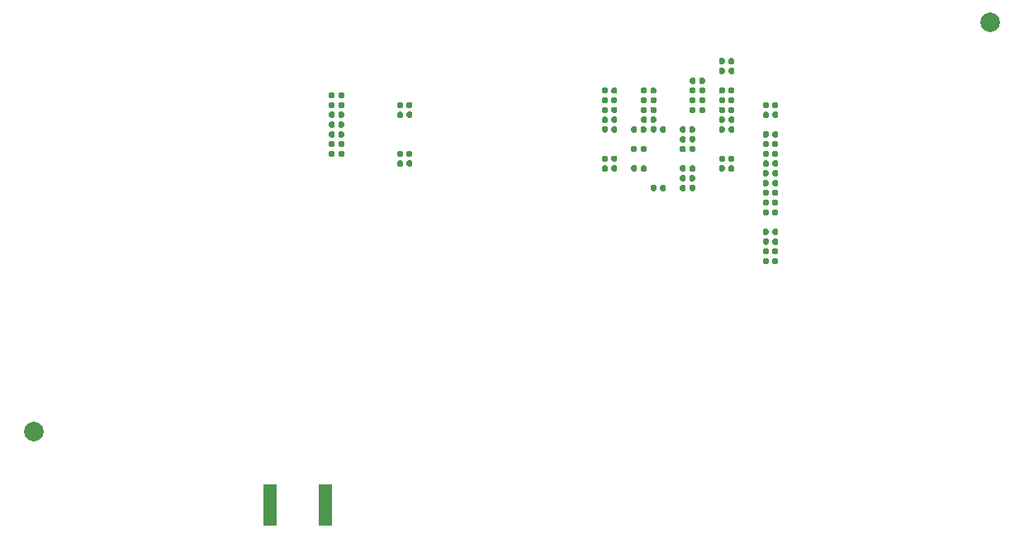
<source format=gbr>
%TF.GenerationSoftware,KiCad,Pcbnew,5.99.0-unknown-4efed4b~101~ubuntu18.04.1*%
%TF.CreationDate,2020-05-21T03:09:06+02:00*%
%TF.ProjectId,digitizer_fpga_10b_100MSPS,64696769-7469-47a6-9572-5f667067615f,1.0*%
%TF.SameCoordinates,Original*%
%TF.FileFunction,Paste,Bot*%
%TF.FilePolarity,Positive*%
%FSLAX46Y46*%
G04 Gerber Fmt 4.6, Leading zero omitted, Abs format (unit mm)*
G04 Created by KiCad (PCBNEW 5.99.0-unknown-4efed4b~101~ubuntu18.04.1) date 2020-05-21 03:09:06*
%MOMM*%
%LPD*%
G01*
G04 APERTURE LIST*
%ADD10C,2.000000*%
%ADD11R,1.350000X4.200000*%
G04 APERTURE END LIST*
D10*
%TO.C,FD8*%
X171000000Y-98000000D03*
%TD*%
%TO.C,FD7*%
X73000000Y-140000000D03*
%TD*%
%TO.C,R81*%
G36*
G01*
X148310000Y-111327500D02*
X148310000Y-111672500D01*
G75*
G02*
X148162500Y-111820000I-147500J0D01*
G01*
X147867500Y-111820000D01*
G75*
G02*
X147720000Y-111672500I0J147500D01*
G01*
X147720000Y-111327500D01*
G75*
G02*
X147867500Y-111180000I147500J0D01*
G01*
X148162500Y-111180000D01*
G75*
G02*
X148310000Y-111327500I0J-147500D01*
G01*
G37*
G36*
G01*
X149280000Y-111327500D02*
X149280000Y-111672500D01*
G75*
G02*
X149132500Y-111820000I-147500J0D01*
G01*
X148837500Y-111820000D01*
G75*
G02*
X148690000Y-111672500I0J147500D01*
G01*
X148690000Y-111327500D01*
G75*
G02*
X148837500Y-111180000I147500J0D01*
G01*
X149132500Y-111180000D01*
G75*
G02*
X149280000Y-111327500I0J-147500D01*
G01*
G37*
%TD*%
%TO.C,C94*%
G36*
G01*
X135190000Y-113172500D02*
X135190000Y-112827500D01*
G75*
G02*
X135337500Y-112680000I147500J0D01*
G01*
X135632500Y-112680000D01*
G75*
G02*
X135780000Y-112827500I0J-147500D01*
G01*
X135780000Y-113172500D01*
G75*
G02*
X135632500Y-113320000I-147500J0D01*
G01*
X135337500Y-113320000D01*
G75*
G02*
X135190000Y-113172500I0J147500D01*
G01*
G37*
G36*
G01*
X134220000Y-113172500D02*
X134220000Y-112827500D01*
G75*
G02*
X134367500Y-112680000I147500J0D01*
G01*
X134662500Y-112680000D01*
G75*
G02*
X134810000Y-112827500I0J-147500D01*
G01*
X134810000Y-113172500D01*
G75*
G02*
X134662500Y-113320000I-147500J0D01*
G01*
X134367500Y-113320000D01*
G75*
G02*
X134220000Y-113172500I0J147500D01*
G01*
G37*
%TD*%
%TO.C,C65*%
G36*
G01*
X104190000Y-110672500D02*
X104190000Y-110327500D01*
G75*
G02*
X104337500Y-110180000I147500J0D01*
G01*
X104632500Y-110180000D01*
G75*
G02*
X104780000Y-110327500I0J-147500D01*
G01*
X104780000Y-110672500D01*
G75*
G02*
X104632500Y-110820000I-147500J0D01*
G01*
X104337500Y-110820000D01*
G75*
G02*
X104190000Y-110672500I0J147500D01*
G01*
G37*
G36*
G01*
X103220000Y-110672500D02*
X103220000Y-110327500D01*
G75*
G02*
X103367500Y-110180000I147500J0D01*
G01*
X103662500Y-110180000D01*
G75*
G02*
X103810000Y-110327500I0J-147500D01*
G01*
X103810000Y-110672500D01*
G75*
G02*
X103662500Y-110820000I-147500J0D01*
G01*
X103367500Y-110820000D01*
G75*
G02*
X103220000Y-110672500I0J147500D01*
G01*
G37*
%TD*%
%TO.C,C64*%
G36*
G01*
X104190000Y-106672500D02*
X104190000Y-106327500D01*
G75*
G02*
X104337500Y-106180000I147500J0D01*
G01*
X104632500Y-106180000D01*
G75*
G02*
X104780000Y-106327500I0J-147500D01*
G01*
X104780000Y-106672500D01*
G75*
G02*
X104632500Y-106820000I-147500J0D01*
G01*
X104337500Y-106820000D01*
G75*
G02*
X104190000Y-106672500I0J147500D01*
G01*
G37*
G36*
G01*
X103220000Y-106672500D02*
X103220000Y-106327500D01*
G75*
G02*
X103367500Y-106180000I147500J0D01*
G01*
X103662500Y-106180000D01*
G75*
G02*
X103810000Y-106327500I0J-147500D01*
G01*
X103810000Y-106672500D01*
G75*
G02*
X103662500Y-106820000I-147500J0D01*
G01*
X103367500Y-106820000D01*
G75*
G02*
X103220000Y-106672500I0J147500D01*
G01*
G37*
%TD*%
%TO.C,C63*%
G36*
G01*
X104190000Y-109672500D02*
X104190000Y-109327500D01*
G75*
G02*
X104337500Y-109180000I147500J0D01*
G01*
X104632500Y-109180000D01*
G75*
G02*
X104780000Y-109327500I0J-147500D01*
G01*
X104780000Y-109672500D01*
G75*
G02*
X104632500Y-109820000I-147500J0D01*
G01*
X104337500Y-109820000D01*
G75*
G02*
X104190000Y-109672500I0J147500D01*
G01*
G37*
G36*
G01*
X103220000Y-109672500D02*
X103220000Y-109327500D01*
G75*
G02*
X103367500Y-109180000I147500J0D01*
G01*
X103662500Y-109180000D01*
G75*
G02*
X103810000Y-109327500I0J-147500D01*
G01*
X103810000Y-109672500D01*
G75*
G02*
X103662500Y-109820000I-147500J0D01*
G01*
X103367500Y-109820000D01*
G75*
G02*
X103220000Y-109672500I0J147500D01*
G01*
G37*
%TD*%
%TO.C,R87*%
G36*
G01*
X143810000Y-102827500D02*
X143810000Y-103172500D01*
G75*
G02*
X143662500Y-103320000I-147500J0D01*
G01*
X143367500Y-103320000D01*
G75*
G02*
X143220000Y-103172500I0J147500D01*
G01*
X143220000Y-102827500D01*
G75*
G02*
X143367500Y-102680000I147500J0D01*
G01*
X143662500Y-102680000D01*
G75*
G02*
X143810000Y-102827500I0J-147500D01*
G01*
G37*
G36*
G01*
X144780000Y-102827500D02*
X144780000Y-103172500D01*
G75*
G02*
X144632500Y-103320000I-147500J0D01*
G01*
X144337500Y-103320000D01*
G75*
G02*
X144190000Y-103172500I0J147500D01*
G01*
X144190000Y-102827500D01*
G75*
G02*
X144337500Y-102680000I147500J0D01*
G01*
X144632500Y-102680000D01*
G75*
G02*
X144780000Y-102827500I0J-147500D01*
G01*
G37*
%TD*%
%TO.C,R86*%
G36*
G01*
X143810000Y-101827500D02*
X143810000Y-102172500D01*
G75*
G02*
X143662500Y-102320000I-147500J0D01*
G01*
X143367500Y-102320000D01*
G75*
G02*
X143220000Y-102172500I0J147500D01*
G01*
X143220000Y-101827500D01*
G75*
G02*
X143367500Y-101680000I147500J0D01*
G01*
X143662500Y-101680000D01*
G75*
G02*
X143810000Y-101827500I0J-147500D01*
G01*
G37*
G36*
G01*
X144780000Y-101827500D02*
X144780000Y-102172500D01*
G75*
G02*
X144632500Y-102320000I-147500J0D01*
G01*
X144337500Y-102320000D01*
G75*
G02*
X144190000Y-102172500I0J147500D01*
G01*
X144190000Y-101827500D01*
G75*
G02*
X144337500Y-101680000I147500J0D01*
G01*
X144632500Y-101680000D01*
G75*
G02*
X144780000Y-101827500I0J-147500D01*
G01*
G37*
%TD*%
%TO.C,R85*%
G36*
G01*
X148310000Y-106327500D02*
X148310000Y-106672500D01*
G75*
G02*
X148162500Y-106820000I-147500J0D01*
G01*
X147867500Y-106820000D01*
G75*
G02*
X147720000Y-106672500I0J147500D01*
G01*
X147720000Y-106327500D01*
G75*
G02*
X147867500Y-106180000I147500J0D01*
G01*
X148162500Y-106180000D01*
G75*
G02*
X148310000Y-106327500I0J-147500D01*
G01*
G37*
G36*
G01*
X149280000Y-106327500D02*
X149280000Y-106672500D01*
G75*
G02*
X149132500Y-106820000I-147500J0D01*
G01*
X148837500Y-106820000D01*
G75*
G02*
X148690000Y-106672500I0J147500D01*
G01*
X148690000Y-106327500D01*
G75*
G02*
X148837500Y-106180000I147500J0D01*
G01*
X149132500Y-106180000D01*
G75*
G02*
X149280000Y-106327500I0J-147500D01*
G01*
G37*
%TD*%
%TO.C,R84*%
G36*
G01*
X148310000Y-107327500D02*
X148310000Y-107672500D01*
G75*
G02*
X148162500Y-107820000I-147500J0D01*
G01*
X147867500Y-107820000D01*
G75*
G02*
X147720000Y-107672500I0J147500D01*
G01*
X147720000Y-107327500D01*
G75*
G02*
X147867500Y-107180000I147500J0D01*
G01*
X148162500Y-107180000D01*
G75*
G02*
X148310000Y-107327500I0J-147500D01*
G01*
G37*
G36*
G01*
X149280000Y-107327500D02*
X149280000Y-107672500D01*
G75*
G02*
X149132500Y-107820000I-147500J0D01*
G01*
X148837500Y-107820000D01*
G75*
G02*
X148690000Y-107672500I0J147500D01*
G01*
X148690000Y-107327500D01*
G75*
G02*
X148837500Y-107180000I147500J0D01*
G01*
X149132500Y-107180000D01*
G75*
G02*
X149280000Y-107327500I0J-147500D01*
G01*
G37*
%TD*%
%TO.C,R83*%
G36*
G01*
X148310000Y-109327500D02*
X148310000Y-109672500D01*
G75*
G02*
X148162500Y-109820000I-147500J0D01*
G01*
X147867500Y-109820000D01*
G75*
G02*
X147720000Y-109672500I0J147500D01*
G01*
X147720000Y-109327500D01*
G75*
G02*
X147867500Y-109180000I147500J0D01*
G01*
X148162500Y-109180000D01*
G75*
G02*
X148310000Y-109327500I0J-147500D01*
G01*
G37*
G36*
G01*
X149280000Y-109327500D02*
X149280000Y-109672500D01*
G75*
G02*
X149132500Y-109820000I-147500J0D01*
G01*
X148837500Y-109820000D01*
G75*
G02*
X148690000Y-109672500I0J147500D01*
G01*
X148690000Y-109327500D01*
G75*
G02*
X148837500Y-109180000I147500J0D01*
G01*
X149132500Y-109180000D01*
G75*
G02*
X149280000Y-109327500I0J-147500D01*
G01*
G37*
%TD*%
%TO.C,R82*%
G36*
G01*
X148310000Y-110327500D02*
X148310000Y-110672500D01*
G75*
G02*
X148162500Y-110820000I-147500J0D01*
G01*
X147867500Y-110820000D01*
G75*
G02*
X147720000Y-110672500I0J147500D01*
G01*
X147720000Y-110327500D01*
G75*
G02*
X147867500Y-110180000I147500J0D01*
G01*
X148162500Y-110180000D01*
G75*
G02*
X148310000Y-110327500I0J-147500D01*
G01*
G37*
G36*
G01*
X149280000Y-110327500D02*
X149280000Y-110672500D01*
G75*
G02*
X149132500Y-110820000I-147500J0D01*
G01*
X148837500Y-110820000D01*
G75*
G02*
X148690000Y-110672500I0J147500D01*
G01*
X148690000Y-110327500D01*
G75*
G02*
X148837500Y-110180000I147500J0D01*
G01*
X149132500Y-110180000D01*
G75*
G02*
X149280000Y-110327500I0J-147500D01*
G01*
G37*
%TD*%
%TO.C,R80*%
G36*
G01*
X148310000Y-112327500D02*
X148310000Y-112672500D01*
G75*
G02*
X148162500Y-112820000I-147500J0D01*
G01*
X147867500Y-112820000D01*
G75*
G02*
X147720000Y-112672500I0J147500D01*
G01*
X147720000Y-112327500D01*
G75*
G02*
X147867500Y-112180000I147500J0D01*
G01*
X148162500Y-112180000D01*
G75*
G02*
X148310000Y-112327500I0J-147500D01*
G01*
G37*
G36*
G01*
X149280000Y-112327500D02*
X149280000Y-112672500D01*
G75*
G02*
X149132500Y-112820000I-147500J0D01*
G01*
X148837500Y-112820000D01*
G75*
G02*
X148690000Y-112672500I0J147500D01*
G01*
X148690000Y-112327500D01*
G75*
G02*
X148837500Y-112180000I147500J0D01*
G01*
X149132500Y-112180000D01*
G75*
G02*
X149280000Y-112327500I0J-147500D01*
G01*
G37*
%TD*%
%TO.C,R79*%
G36*
G01*
X148310000Y-115327500D02*
X148310000Y-115672500D01*
G75*
G02*
X148162500Y-115820000I-147500J0D01*
G01*
X147867500Y-115820000D01*
G75*
G02*
X147720000Y-115672500I0J147500D01*
G01*
X147720000Y-115327500D01*
G75*
G02*
X147867500Y-115180000I147500J0D01*
G01*
X148162500Y-115180000D01*
G75*
G02*
X148310000Y-115327500I0J-147500D01*
G01*
G37*
G36*
G01*
X149280000Y-115327500D02*
X149280000Y-115672500D01*
G75*
G02*
X149132500Y-115820000I-147500J0D01*
G01*
X148837500Y-115820000D01*
G75*
G02*
X148690000Y-115672500I0J147500D01*
G01*
X148690000Y-115327500D01*
G75*
G02*
X148837500Y-115180000I147500J0D01*
G01*
X149132500Y-115180000D01*
G75*
G02*
X149280000Y-115327500I0J-147500D01*
G01*
G37*
%TD*%
%TO.C,R78*%
G36*
G01*
X148310000Y-116327500D02*
X148310000Y-116672500D01*
G75*
G02*
X148162500Y-116820000I-147500J0D01*
G01*
X147867500Y-116820000D01*
G75*
G02*
X147720000Y-116672500I0J147500D01*
G01*
X147720000Y-116327500D01*
G75*
G02*
X147867500Y-116180000I147500J0D01*
G01*
X148162500Y-116180000D01*
G75*
G02*
X148310000Y-116327500I0J-147500D01*
G01*
G37*
G36*
G01*
X149280000Y-116327500D02*
X149280000Y-116672500D01*
G75*
G02*
X149132500Y-116820000I-147500J0D01*
G01*
X148837500Y-116820000D01*
G75*
G02*
X148690000Y-116672500I0J147500D01*
G01*
X148690000Y-116327500D01*
G75*
G02*
X148837500Y-116180000I147500J0D01*
G01*
X149132500Y-116180000D01*
G75*
G02*
X149280000Y-116327500I0J-147500D01*
G01*
G37*
%TD*%
%TO.C,R77*%
G36*
G01*
X148310000Y-117327500D02*
X148310000Y-117672500D01*
G75*
G02*
X148162500Y-117820000I-147500J0D01*
G01*
X147867500Y-117820000D01*
G75*
G02*
X147720000Y-117672500I0J147500D01*
G01*
X147720000Y-117327500D01*
G75*
G02*
X147867500Y-117180000I147500J0D01*
G01*
X148162500Y-117180000D01*
G75*
G02*
X148310000Y-117327500I0J-147500D01*
G01*
G37*
G36*
G01*
X149280000Y-117327500D02*
X149280000Y-117672500D01*
G75*
G02*
X149132500Y-117820000I-147500J0D01*
G01*
X148837500Y-117820000D01*
G75*
G02*
X148690000Y-117672500I0J147500D01*
G01*
X148690000Y-117327500D01*
G75*
G02*
X148837500Y-117180000I147500J0D01*
G01*
X149132500Y-117180000D01*
G75*
G02*
X149280000Y-117327500I0J-147500D01*
G01*
G37*
%TD*%
%TO.C,R76*%
G36*
G01*
X148310000Y-122327500D02*
X148310000Y-122672500D01*
G75*
G02*
X148162500Y-122820000I-147500J0D01*
G01*
X147867500Y-122820000D01*
G75*
G02*
X147720000Y-122672500I0J147500D01*
G01*
X147720000Y-122327500D01*
G75*
G02*
X147867500Y-122180000I147500J0D01*
G01*
X148162500Y-122180000D01*
G75*
G02*
X148310000Y-122327500I0J-147500D01*
G01*
G37*
G36*
G01*
X149280000Y-122327500D02*
X149280000Y-122672500D01*
G75*
G02*
X149132500Y-122820000I-147500J0D01*
G01*
X148837500Y-122820000D01*
G75*
G02*
X148690000Y-122672500I0J147500D01*
G01*
X148690000Y-122327500D01*
G75*
G02*
X148837500Y-122180000I147500J0D01*
G01*
X149132500Y-122180000D01*
G75*
G02*
X149280000Y-122327500I0J-147500D01*
G01*
G37*
%TD*%
%TO.C,R75*%
G36*
G01*
X148310000Y-121327500D02*
X148310000Y-121672500D01*
G75*
G02*
X148162500Y-121820000I-147500J0D01*
G01*
X147867500Y-121820000D01*
G75*
G02*
X147720000Y-121672500I0J147500D01*
G01*
X147720000Y-121327500D01*
G75*
G02*
X147867500Y-121180000I147500J0D01*
G01*
X148162500Y-121180000D01*
G75*
G02*
X148310000Y-121327500I0J-147500D01*
G01*
G37*
G36*
G01*
X149280000Y-121327500D02*
X149280000Y-121672500D01*
G75*
G02*
X149132500Y-121820000I-147500J0D01*
G01*
X148837500Y-121820000D01*
G75*
G02*
X148690000Y-121672500I0J147500D01*
G01*
X148690000Y-121327500D01*
G75*
G02*
X148837500Y-121180000I147500J0D01*
G01*
X149132500Y-121180000D01*
G75*
G02*
X149280000Y-121327500I0J-147500D01*
G01*
G37*
%TD*%
%TO.C,R74*%
G36*
G01*
X148310000Y-120327500D02*
X148310000Y-120672500D01*
G75*
G02*
X148162500Y-120820000I-147500J0D01*
G01*
X147867500Y-120820000D01*
G75*
G02*
X147720000Y-120672500I0J147500D01*
G01*
X147720000Y-120327500D01*
G75*
G02*
X147867500Y-120180000I147500J0D01*
G01*
X148162500Y-120180000D01*
G75*
G02*
X148310000Y-120327500I0J-147500D01*
G01*
G37*
G36*
G01*
X149280000Y-120327500D02*
X149280000Y-120672500D01*
G75*
G02*
X149132500Y-120820000I-147500J0D01*
G01*
X148837500Y-120820000D01*
G75*
G02*
X148690000Y-120672500I0J147500D01*
G01*
X148690000Y-120327500D01*
G75*
G02*
X148837500Y-120180000I147500J0D01*
G01*
X149132500Y-120180000D01*
G75*
G02*
X149280000Y-120327500I0J-147500D01*
G01*
G37*
%TD*%
%TO.C,R73*%
G36*
G01*
X148310000Y-119327500D02*
X148310000Y-119672500D01*
G75*
G02*
X148162500Y-119820000I-147500J0D01*
G01*
X147867500Y-119820000D01*
G75*
G02*
X147720000Y-119672500I0J147500D01*
G01*
X147720000Y-119327500D01*
G75*
G02*
X147867500Y-119180000I147500J0D01*
G01*
X148162500Y-119180000D01*
G75*
G02*
X148310000Y-119327500I0J-147500D01*
G01*
G37*
G36*
G01*
X149280000Y-119327500D02*
X149280000Y-119672500D01*
G75*
G02*
X149132500Y-119820000I-147500J0D01*
G01*
X148837500Y-119820000D01*
G75*
G02*
X148690000Y-119672500I0J147500D01*
G01*
X148690000Y-119327500D01*
G75*
G02*
X148837500Y-119180000I147500J0D01*
G01*
X149132500Y-119180000D01*
G75*
G02*
X149280000Y-119327500I0J-147500D01*
G01*
G37*
%TD*%
%TO.C,R69*%
G36*
G01*
X148690000Y-114672500D02*
X148690000Y-114327500D01*
G75*
G02*
X148837500Y-114180000I147500J0D01*
G01*
X149132500Y-114180000D01*
G75*
G02*
X149280000Y-114327500I0J-147500D01*
G01*
X149280000Y-114672500D01*
G75*
G02*
X149132500Y-114820000I-147500J0D01*
G01*
X148837500Y-114820000D01*
G75*
G02*
X148690000Y-114672500I0J147500D01*
G01*
G37*
G36*
G01*
X147720000Y-114672500D02*
X147720000Y-114327500D01*
G75*
G02*
X147867500Y-114180000I147500J0D01*
G01*
X148162500Y-114180000D01*
G75*
G02*
X148310000Y-114327500I0J-147500D01*
G01*
X148310000Y-114672500D01*
G75*
G02*
X148162500Y-114820000I-147500J0D01*
G01*
X147867500Y-114820000D01*
G75*
G02*
X147720000Y-114672500I0J147500D01*
G01*
G37*
%TD*%
%TO.C,R66*%
G36*
G01*
X148690000Y-113672500D02*
X148690000Y-113327500D01*
G75*
G02*
X148837500Y-113180000I147500J0D01*
G01*
X149132500Y-113180000D01*
G75*
G02*
X149280000Y-113327500I0J-147500D01*
G01*
X149280000Y-113672500D01*
G75*
G02*
X149132500Y-113820000I-147500J0D01*
G01*
X148837500Y-113820000D01*
G75*
G02*
X148690000Y-113672500I0J147500D01*
G01*
G37*
G36*
G01*
X147720000Y-113672500D02*
X147720000Y-113327500D01*
G75*
G02*
X147867500Y-113180000I147500J0D01*
G01*
X148162500Y-113180000D01*
G75*
G02*
X148310000Y-113327500I0J-147500D01*
G01*
X148310000Y-113672500D01*
G75*
G02*
X148162500Y-113820000I-147500J0D01*
G01*
X147867500Y-113820000D01*
G75*
G02*
X147720000Y-113672500I0J147500D01*
G01*
G37*
%TD*%
D11*
%TO.C,J5*%
X102825000Y-147500000D03*
X97175000Y-147500000D03*
%TD*%
%TO.C,C107*%
G36*
G01*
X140190000Y-114172500D02*
X140190000Y-113827500D01*
G75*
G02*
X140337500Y-113680000I147500J0D01*
G01*
X140632500Y-113680000D01*
G75*
G02*
X140780000Y-113827500I0J-147500D01*
G01*
X140780000Y-114172500D01*
G75*
G02*
X140632500Y-114320000I-147500J0D01*
G01*
X140337500Y-114320000D01*
G75*
G02*
X140190000Y-114172500I0J147500D01*
G01*
G37*
G36*
G01*
X139220000Y-114172500D02*
X139220000Y-113827500D01*
G75*
G02*
X139367500Y-113680000I147500J0D01*
G01*
X139662500Y-113680000D01*
G75*
G02*
X139810000Y-113827500I0J-147500D01*
G01*
X139810000Y-114172500D01*
G75*
G02*
X139662500Y-114320000I-147500J0D01*
G01*
X139367500Y-114320000D01*
G75*
G02*
X139220000Y-114172500I0J147500D01*
G01*
G37*
%TD*%
%TO.C,C106*%
G36*
G01*
X139810000Y-109827500D02*
X139810000Y-110172500D01*
G75*
G02*
X139662500Y-110320000I-147500J0D01*
G01*
X139367500Y-110320000D01*
G75*
G02*
X139220000Y-110172500I0J147500D01*
G01*
X139220000Y-109827500D01*
G75*
G02*
X139367500Y-109680000I147500J0D01*
G01*
X139662500Y-109680000D01*
G75*
G02*
X139810000Y-109827500I0J-147500D01*
G01*
G37*
G36*
G01*
X140780000Y-109827500D02*
X140780000Y-110172500D01*
G75*
G02*
X140632500Y-110320000I-147500J0D01*
G01*
X140337500Y-110320000D01*
G75*
G02*
X140190000Y-110172500I0J147500D01*
G01*
X140190000Y-109827500D01*
G75*
G02*
X140337500Y-109680000I147500J0D01*
G01*
X140632500Y-109680000D01*
G75*
G02*
X140780000Y-109827500I0J-147500D01*
G01*
G37*
%TD*%
%TO.C,C105*%
G36*
G01*
X135810000Y-105827500D02*
X135810000Y-106172500D01*
G75*
G02*
X135662500Y-106320000I-147500J0D01*
G01*
X135367500Y-106320000D01*
G75*
G02*
X135220000Y-106172500I0J147500D01*
G01*
X135220000Y-105827500D01*
G75*
G02*
X135367500Y-105680000I147500J0D01*
G01*
X135662500Y-105680000D01*
G75*
G02*
X135810000Y-105827500I0J-147500D01*
G01*
G37*
G36*
G01*
X136780000Y-105827500D02*
X136780000Y-106172500D01*
G75*
G02*
X136632500Y-106320000I-147500J0D01*
G01*
X136337500Y-106320000D01*
G75*
G02*
X136190000Y-106172500I0J147500D01*
G01*
X136190000Y-105827500D01*
G75*
G02*
X136337500Y-105680000I147500J0D01*
G01*
X136632500Y-105680000D01*
G75*
G02*
X136780000Y-105827500I0J-147500D01*
G01*
G37*
%TD*%
%TO.C,C104*%
G36*
G01*
X132190000Y-113172500D02*
X132190000Y-112827500D01*
G75*
G02*
X132337500Y-112680000I147500J0D01*
G01*
X132632500Y-112680000D01*
G75*
G02*
X132780000Y-112827500I0J-147500D01*
G01*
X132780000Y-113172500D01*
G75*
G02*
X132632500Y-113320000I-147500J0D01*
G01*
X132337500Y-113320000D01*
G75*
G02*
X132190000Y-113172500I0J147500D01*
G01*
G37*
G36*
G01*
X131220000Y-113172500D02*
X131220000Y-112827500D01*
G75*
G02*
X131367500Y-112680000I147500J0D01*
G01*
X131662500Y-112680000D01*
G75*
G02*
X131810000Y-112827500I0J-147500D01*
G01*
X131810000Y-113172500D01*
G75*
G02*
X131662500Y-113320000I-147500J0D01*
G01*
X131367500Y-113320000D01*
G75*
G02*
X131220000Y-113172500I0J147500D01*
G01*
G37*
%TD*%
%TO.C,C103*%
G36*
G01*
X143810000Y-105827500D02*
X143810000Y-106172500D01*
G75*
G02*
X143662500Y-106320000I-147500J0D01*
G01*
X143367500Y-106320000D01*
G75*
G02*
X143220000Y-106172500I0J147500D01*
G01*
X143220000Y-105827500D01*
G75*
G02*
X143367500Y-105680000I147500J0D01*
G01*
X143662500Y-105680000D01*
G75*
G02*
X143810000Y-105827500I0J-147500D01*
G01*
G37*
G36*
G01*
X144780000Y-105827500D02*
X144780000Y-106172500D01*
G75*
G02*
X144632500Y-106320000I-147500J0D01*
G01*
X144337500Y-106320000D01*
G75*
G02*
X144190000Y-106172500I0J147500D01*
G01*
X144190000Y-105827500D01*
G75*
G02*
X144337500Y-105680000I147500J0D01*
G01*
X144632500Y-105680000D01*
G75*
G02*
X144780000Y-105827500I0J-147500D01*
G01*
G37*
%TD*%
%TO.C,C102*%
G36*
G01*
X137190000Y-115172500D02*
X137190000Y-114827500D01*
G75*
G02*
X137337500Y-114680000I147500J0D01*
G01*
X137632500Y-114680000D01*
G75*
G02*
X137780000Y-114827500I0J-147500D01*
G01*
X137780000Y-115172500D01*
G75*
G02*
X137632500Y-115320000I-147500J0D01*
G01*
X137337500Y-115320000D01*
G75*
G02*
X137190000Y-115172500I0J147500D01*
G01*
G37*
G36*
G01*
X136220000Y-115172500D02*
X136220000Y-114827500D01*
G75*
G02*
X136367500Y-114680000I147500J0D01*
G01*
X136662500Y-114680000D01*
G75*
G02*
X136810000Y-114827500I0J-147500D01*
G01*
X136810000Y-115172500D01*
G75*
G02*
X136662500Y-115320000I-147500J0D01*
G01*
X136367500Y-115320000D01*
G75*
G02*
X136220000Y-115172500I0J147500D01*
G01*
G37*
%TD*%
%TO.C,C101*%
G36*
G01*
X141190000Y-106172500D02*
X141190000Y-105827500D01*
G75*
G02*
X141337500Y-105680000I147500J0D01*
G01*
X141632500Y-105680000D01*
G75*
G02*
X141780000Y-105827500I0J-147500D01*
G01*
X141780000Y-106172500D01*
G75*
G02*
X141632500Y-106320000I-147500J0D01*
G01*
X141337500Y-106320000D01*
G75*
G02*
X141190000Y-106172500I0J147500D01*
G01*
G37*
G36*
G01*
X140220000Y-106172500D02*
X140220000Y-105827500D01*
G75*
G02*
X140367500Y-105680000I147500J0D01*
G01*
X140662500Y-105680000D01*
G75*
G02*
X140810000Y-105827500I0J-147500D01*
G01*
X140810000Y-106172500D01*
G75*
G02*
X140662500Y-106320000I-147500J0D01*
G01*
X140367500Y-106320000D01*
G75*
G02*
X140220000Y-106172500I0J147500D01*
G01*
G37*
%TD*%
%TO.C,C100*%
G36*
G01*
X132190000Y-109172500D02*
X132190000Y-108827500D01*
G75*
G02*
X132337500Y-108680000I147500J0D01*
G01*
X132632500Y-108680000D01*
G75*
G02*
X132780000Y-108827500I0J-147500D01*
G01*
X132780000Y-109172500D01*
G75*
G02*
X132632500Y-109320000I-147500J0D01*
G01*
X132337500Y-109320000D01*
G75*
G02*
X132190000Y-109172500I0J147500D01*
G01*
G37*
G36*
G01*
X131220000Y-109172500D02*
X131220000Y-108827500D01*
G75*
G02*
X131367500Y-108680000I147500J0D01*
G01*
X131662500Y-108680000D01*
G75*
G02*
X131810000Y-108827500I0J-147500D01*
G01*
X131810000Y-109172500D01*
G75*
G02*
X131662500Y-109320000I-147500J0D01*
G01*
X131367500Y-109320000D01*
G75*
G02*
X131220000Y-109172500I0J147500D01*
G01*
G37*
%TD*%
%TO.C,C99*%
G36*
G01*
X143810000Y-106827500D02*
X143810000Y-107172500D01*
G75*
G02*
X143662500Y-107320000I-147500J0D01*
G01*
X143367500Y-107320000D01*
G75*
G02*
X143220000Y-107172500I0J147500D01*
G01*
X143220000Y-106827500D01*
G75*
G02*
X143367500Y-106680000I147500J0D01*
G01*
X143662500Y-106680000D01*
G75*
G02*
X143810000Y-106827500I0J-147500D01*
G01*
G37*
G36*
G01*
X144780000Y-106827500D02*
X144780000Y-107172500D01*
G75*
G02*
X144632500Y-107320000I-147500J0D01*
G01*
X144337500Y-107320000D01*
G75*
G02*
X144190000Y-107172500I0J147500D01*
G01*
X144190000Y-106827500D01*
G75*
G02*
X144337500Y-106680000I147500J0D01*
G01*
X144632500Y-106680000D01*
G75*
G02*
X144780000Y-106827500I0J-147500D01*
G01*
G37*
%TD*%
%TO.C,C98*%
G36*
G01*
X137190000Y-109172500D02*
X137190000Y-108827500D01*
G75*
G02*
X137337500Y-108680000I147500J0D01*
G01*
X137632500Y-108680000D01*
G75*
G02*
X137780000Y-108827500I0J-147500D01*
G01*
X137780000Y-109172500D01*
G75*
G02*
X137632500Y-109320000I-147500J0D01*
G01*
X137337500Y-109320000D01*
G75*
G02*
X137190000Y-109172500I0J147500D01*
G01*
G37*
G36*
G01*
X136220000Y-109172500D02*
X136220000Y-108827500D01*
G75*
G02*
X136367500Y-108680000I147500J0D01*
G01*
X136662500Y-108680000D01*
G75*
G02*
X136810000Y-108827500I0J-147500D01*
G01*
X136810000Y-109172500D01*
G75*
G02*
X136662500Y-109320000I-147500J0D01*
G01*
X136367500Y-109320000D01*
G75*
G02*
X136220000Y-109172500I0J147500D01*
G01*
G37*
%TD*%
%TO.C,C97*%
G36*
G01*
X135810000Y-106827500D02*
X135810000Y-107172500D01*
G75*
G02*
X135662500Y-107320000I-147500J0D01*
G01*
X135367500Y-107320000D01*
G75*
G02*
X135220000Y-107172500I0J147500D01*
G01*
X135220000Y-106827500D01*
G75*
G02*
X135367500Y-106680000I147500J0D01*
G01*
X135662500Y-106680000D01*
G75*
G02*
X135810000Y-106827500I0J-147500D01*
G01*
G37*
G36*
G01*
X136780000Y-106827500D02*
X136780000Y-107172500D01*
G75*
G02*
X136632500Y-107320000I-147500J0D01*
G01*
X136337500Y-107320000D01*
G75*
G02*
X136190000Y-107172500I0J147500D01*
G01*
X136190000Y-106827500D01*
G75*
G02*
X136337500Y-106680000I147500J0D01*
G01*
X136632500Y-106680000D01*
G75*
G02*
X136780000Y-106827500I0J-147500D01*
G01*
G37*
%TD*%
%TO.C,C96*%
G36*
G01*
X132190000Y-107172500D02*
X132190000Y-106827500D01*
G75*
G02*
X132337500Y-106680000I147500J0D01*
G01*
X132632500Y-106680000D01*
G75*
G02*
X132780000Y-106827500I0J-147500D01*
G01*
X132780000Y-107172500D01*
G75*
G02*
X132632500Y-107320000I-147500J0D01*
G01*
X132337500Y-107320000D01*
G75*
G02*
X132190000Y-107172500I0J147500D01*
G01*
G37*
G36*
G01*
X131220000Y-107172500D02*
X131220000Y-106827500D01*
G75*
G02*
X131367500Y-106680000I147500J0D01*
G01*
X131662500Y-106680000D01*
G75*
G02*
X131810000Y-106827500I0J-147500D01*
G01*
X131810000Y-107172500D01*
G75*
G02*
X131662500Y-107320000I-147500J0D01*
G01*
X131367500Y-107320000D01*
G75*
G02*
X131220000Y-107172500I0J147500D01*
G01*
G37*
%TD*%
%TO.C,C95*%
G36*
G01*
X143810000Y-112827500D02*
X143810000Y-113172500D01*
G75*
G02*
X143662500Y-113320000I-147500J0D01*
G01*
X143367500Y-113320000D01*
G75*
G02*
X143220000Y-113172500I0J147500D01*
G01*
X143220000Y-112827500D01*
G75*
G02*
X143367500Y-112680000I147500J0D01*
G01*
X143662500Y-112680000D01*
G75*
G02*
X143810000Y-112827500I0J-147500D01*
G01*
G37*
G36*
G01*
X144780000Y-112827500D02*
X144780000Y-113172500D01*
G75*
G02*
X144632500Y-113320000I-147500J0D01*
G01*
X144337500Y-113320000D01*
G75*
G02*
X144190000Y-113172500I0J147500D01*
G01*
X144190000Y-112827500D01*
G75*
G02*
X144337500Y-112680000I147500J0D01*
G01*
X144632500Y-112680000D01*
G75*
G02*
X144780000Y-112827500I0J-147500D01*
G01*
G37*
%TD*%
%TO.C,C93*%
G36*
G01*
X139810000Y-112827500D02*
X139810000Y-113172500D01*
G75*
G02*
X139662500Y-113320000I-147500J0D01*
G01*
X139367500Y-113320000D01*
G75*
G02*
X139220000Y-113172500I0J147500D01*
G01*
X139220000Y-112827500D01*
G75*
G02*
X139367500Y-112680000I147500J0D01*
G01*
X139662500Y-112680000D01*
G75*
G02*
X139810000Y-112827500I0J-147500D01*
G01*
G37*
G36*
G01*
X140780000Y-112827500D02*
X140780000Y-113172500D01*
G75*
G02*
X140632500Y-113320000I-147500J0D01*
G01*
X140337500Y-113320000D01*
G75*
G02*
X140190000Y-113172500I0J147500D01*
G01*
X140190000Y-112827500D01*
G75*
G02*
X140337500Y-112680000I147500J0D01*
G01*
X140632500Y-112680000D01*
G75*
G02*
X140780000Y-112827500I0J-147500D01*
G01*
G37*
%TD*%
%TO.C,C92*%
G36*
G01*
X141190000Y-107172500D02*
X141190000Y-106827500D01*
G75*
G02*
X141337500Y-106680000I147500J0D01*
G01*
X141632500Y-106680000D01*
G75*
G02*
X141780000Y-106827500I0J-147500D01*
G01*
X141780000Y-107172500D01*
G75*
G02*
X141632500Y-107320000I-147500J0D01*
G01*
X141337500Y-107320000D01*
G75*
G02*
X141190000Y-107172500I0J147500D01*
G01*
G37*
G36*
G01*
X140220000Y-107172500D02*
X140220000Y-106827500D01*
G75*
G02*
X140367500Y-106680000I147500J0D01*
G01*
X140662500Y-106680000D01*
G75*
G02*
X140810000Y-106827500I0J-147500D01*
G01*
X140810000Y-107172500D01*
G75*
G02*
X140662500Y-107320000I-147500J0D01*
G01*
X140367500Y-107320000D01*
G75*
G02*
X140220000Y-107172500I0J147500D01*
G01*
G37*
%TD*%
%TO.C,C91*%
G36*
G01*
X132190000Y-106172500D02*
X132190000Y-105827500D01*
G75*
G02*
X132337500Y-105680000I147500J0D01*
G01*
X132632500Y-105680000D01*
G75*
G02*
X132780000Y-105827500I0J-147500D01*
G01*
X132780000Y-106172500D01*
G75*
G02*
X132632500Y-106320000I-147500J0D01*
G01*
X132337500Y-106320000D01*
G75*
G02*
X132190000Y-106172500I0J147500D01*
G01*
G37*
G36*
G01*
X131220000Y-106172500D02*
X131220000Y-105827500D01*
G75*
G02*
X131367500Y-105680000I147500J0D01*
G01*
X131662500Y-105680000D01*
G75*
G02*
X131810000Y-105827500I0J-147500D01*
G01*
X131810000Y-106172500D01*
G75*
G02*
X131662500Y-106320000I-147500J0D01*
G01*
X131367500Y-106320000D01*
G75*
G02*
X131220000Y-106172500I0J147500D01*
G01*
G37*
%TD*%
%TO.C,C90*%
G36*
G01*
X143810000Y-108827500D02*
X143810000Y-109172500D01*
G75*
G02*
X143662500Y-109320000I-147500J0D01*
G01*
X143367500Y-109320000D01*
G75*
G02*
X143220000Y-109172500I0J147500D01*
G01*
X143220000Y-108827500D01*
G75*
G02*
X143367500Y-108680000I147500J0D01*
G01*
X143662500Y-108680000D01*
G75*
G02*
X143810000Y-108827500I0J-147500D01*
G01*
G37*
G36*
G01*
X144780000Y-108827500D02*
X144780000Y-109172500D01*
G75*
G02*
X144632500Y-109320000I-147500J0D01*
G01*
X144337500Y-109320000D01*
G75*
G02*
X144190000Y-109172500I0J147500D01*
G01*
X144190000Y-108827500D01*
G75*
G02*
X144337500Y-108680000I147500J0D01*
G01*
X144632500Y-108680000D01*
G75*
G02*
X144780000Y-108827500I0J-147500D01*
G01*
G37*
%TD*%
%TO.C,C89*%
G36*
G01*
X136190000Y-108172500D02*
X136190000Y-107827500D01*
G75*
G02*
X136337500Y-107680000I147500J0D01*
G01*
X136632500Y-107680000D01*
G75*
G02*
X136780000Y-107827500I0J-147500D01*
G01*
X136780000Y-108172500D01*
G75*
G02*
X136632500Y-108320000I-147500J0D01*
G01*
X136337500Y-108320000D01*
G75*
G02*
X136190000Y-108172500I0J147500D01*
G01*
G37*
G36*
G01*
X135220000Y-108172500D02*
X135220000Y-107827500D01*
G75*
G02*
X135367500Y-107680000I147500J0D01*
G01*
X135662500Y-107680000D01*
G75*
G02*
X135810000Y-107827500I0J-147500D01*
G01*
X135810000Y-108172500D01*
G75*
G02*
X135662500Y-108320000I-147500J0D01*
G01*
X135367500Y-108320000D01*
G75*
G02*
X135220000Y-108172500I0J147500D01*
G01*
G37*
%TD*%
%TO.C,C88*%
G36*
G01*
X140190000Y-111172500D02*
X140190000Y-110827500D01*
G75*
G02*
X140337500Y-110680000I147500J0D01*
G01*
X140632500Y-110680000D01*
G75*
G02*
X140780000Y-110827500I0J-147500D01*
G01*
X140780000Y-111172500D01*
G75*
G02*
X140632500Y-111320000I-147500J0D01*
G01*
X140337500Y-111320000D01*
G75*
G02*
X140190000Y-111172500I0J147500D01*
G01*
G37*
G36*
G01*
X139220000Y-111172500D02*
X139220000Y-110827500D01*
G75*
G02*
X139367500Y-110680000I147500J0D01*
G01*
X139662500Y-110680000D01*
G75*
G02*
X139810000Y-110827500I0J-147500D01*
G01*
X139810000Y-111172500D01*
G75*
G02*
X139662500Y-111320000I-147500J0D01*
G01*
X139367500Y-111320000D01*
G75*
G02*
X139220000Y-111172500I0J147500D01*
G01*
G37*
%TD*%
%TO.C,C87*%
G36*
G01*
X135810000Y-104827500D02*
X135810000Y-105172500D01*
G75*
G02*
X135662500Y-105320000I-147500J0D01*
G01*
X135367500Y-105320000D01*
G75*
G02*
X135220000Y-105172500I0J147500D01*
G01*
X135220000Y-104827500D01*
G75*
G02*
X135367500Y-104680000I147500J0D01*
G01*
X135662500Y-104680000D01*
G75*
G02*
X135810000Y-104827500I0J-147500D01*
G01*
G37*
G36*
G01*
X136780000Y-104827500D02*
X136780000Y-105172500D01*
G75*
G02*
X136632500Y-105320000I-147500J0D01*
G01*
X136337500Y-105320000D01*
G75*
G02*
X136190000Y-105172500I0J147500D01*
G01*
X136190000Y-104827500D01*
G75*
G02*
X136337500Y-104680000I147500J0D01*
G01*
X136632500Y-104680000D01*
G75*
G02*
X136780000Y-104827500I0J-147500D01*
G01*
G37*
%TD*%
%TO.C,C86*%
G36*
G01*
X132190000Y-108172500D02*
X132190000Y-107827500D01*
G75*
G02*
X132337500Y-107680000I147500J0D01*
G01*
X132632500Y-107680000D01*
G75*
G02*
X132780000Y-107827500I0J-147500D01*
G01*
X132780000Y-108172500D01*
G75*
G02*
X132632500Y-108320000I-147500J0D01*
G01*
X132337500Y-108320000D01*
G75*
G02*
X132190000Y-108172500I0J147500D01*
G01*
G37*
G36*
G01*
X131220000Y-108172500D02*
X131220000Y-107827500D01*
G75*
G02*
X131367500Y-107680000I147500J0D01*
G01*
X131662500Y-107680000D01*
G75*
G02*
X131810000Y-107827500I0J-147500D01*
G01*
X131810000Y-108172500D01*
G75*
G02*
X131662500Y-108320000I-147500J0D01*
G01*
X131367500Y-108320000D01*
G75*
G02*
X131220000Y-108172500I0J147500D01*
G01*
G37*
%TD*%
%TO.C,C85*%
G36*
G01*
X143810000Y-107827500D02*
X143810000Y-108172500D01*
G75*
G02*
X143662500Y-108320000I-147500J0D01*
G01*
X143367500Y-108320000D01*
G75*
G02*
X143220000Y-108172500I0J147500D01*
G01*
X143220000Y-107827500D01*
G75*
G02*
X143367500Y-107680000I147500J0D01*
G01*
X143662500Y-107680000D01*
G75*
G02*
X143810000Y-107827500I0J-147500D01*
G01*
G37*
G36*
G01*
X144780000Y-107827500D02*
X144780000Y-108172500D01*
G75*
G02*
X144632500Y-108320000I-147500J0D01*
G01*
X144337500Y-108320000D01*
G75*
G02*
X144190000Y-108172500I0J147500D01*
G01*
X144190000Y-107827500D01*
G75*
G02*
X144337500Y-107680000I147500J0D01*
G01*
X144632500Y-107680000D01*
G75*
G02*
X144780000Y-107827500I0J-147500D01*
G01*
G37*
%TD*%
%TO.C,C83*%
G36*
G01*
X135190000Y-111172500D02*
X135190000Y-110827500D01*
G75*
G02*
X135337500Y-110680000I147500J0D01*
G01*
X135632500Y-110680000D01*
G75*
G02*
X135780000Y-110827500I0J-147500D01*
G01*
X135780000Y-111172500D01*
G75*
G02*
X135632500Y-111320000I-147500J0D01*
G01*
X135337500Y-111320000D01*
G75*
G02*
X135190000Y-111172500I0J147500D01*
G01*
G37*
G36*
G01*
X134220000Y-111172500D02*
X134220000Y-110827500D01*
G75*
G02*
X134367500Y-110680000I147500J0D01*
G01*
X134662500Y-110680000D01*
G75*
G02*
X134810000Y-110827500I0J-147500D01*
G01*
X134810000Y-111172500D01*
G75*
G02*
X134662500Y-111320000I-147500J0D01*
G01*
X134367500Y-111320000D01*
G75*
G02*
X134220000Y-111172500I0J147500D01*
G01*
G37*
%TD*%
%TO.C,C82*%
G36*
G01*
X139810000Y-114827500D02*
X139810000Y-115172500D01*
G75*
G02*
X139662500Y-115320000I-147500J0D01*
G01*
X139367500Y-115320000D01*
G75*
G02*
X139220000Y-115172500I0J147500D01*
G01*
X139220000Y-114827500D01*
G75*
G02*
X139367500Y-114680000I147500J0D01*
G01*
X139662500Y-114680000D01*
G75*
G02*
X139810000Y-114827500I0J-147500D01*
G01*
G37*
G36*
G01*
X140780000Y-114827500D02*
X140780000Y-115172500D01*
G75*
G02*
X140632500Y-115320000I-147500J0D01*
G01*
X140337500Y-115320000D01*
G75*
G02*
X140190000Y-115172500I0J147500D01*
G01*
X140190000Y-114827500D01*
G75*
G02*
X140337500Y-114680000I147500J0D01*
G01*
X140632500Y-114680000D01*
G75*
G02*
X140780000Y-114827500I0J-147500D01*
G01*
G37*
%TD*%
%TO.C,C81*%
G36*
G01*
X141190000Y-105172500D02*
X141190000Y-104827500D01*
G75*
G02*
X141337500Y-104680000I147500J0D01*
G01*
X141632500Y-104680000D01*
G75*
G02*
X141780000Y-104827500I0J-147500D01*
G01*
X141780000Y-105172500D01*
G75*
G02*
X141632500Y-105320000I-147500J0D01*
G01*
X141337500Y-105320000D01*
G75*
G02*
X141190000Y-105172500I0J147500D01*
G01*
G37*
G36*
G01*
X140220000Y-105172500D02*
X140220000Y-104827500D01*
G75*
G02*
X140367500Y-104680000I147500J0D01*
G01*
X140662500Y-104680000D01*
G75*
G02*
X140810000Y-104827500I0J-147500D01*
G01*
X140810000Y-105172500D01*
G75*
G02*
X140662500Y-105320000I-147500J0D01*
G01*
X140367500Y-105320000D01*
G75*
G02*
X140220000Y-105172500I0J147500D01*
G01*
G37*
%TD*%
%TO.C,C80*%
G36*
G01*
X132190000Y-112172500D02*
X132190000Y-111827500D01*
G75*
G02*
X132337500Y-111680000I147500J0D01*
G01*
X132632500Y-111680000D01*
G75*
G02*
X132780000Y-111827500I0J-147500D01*
G01*
X132780000Y-112172500D01*
G75*
G02*
X132632500Y-112320000I-147500J0D01*
G01*
X132337500Y-112320000D01*
G75*
G02*
X132190000Y-112172500I0J147500D01*
G01*
G37*
G36*
G01*
X131220000Y-112172500D02*
X131220000Y-111827500D01*
G75*
G02*
X131367500Y-111680000I147500J0D01*
G01*
X131662500Y-111680000D01*
G75*
G02*
X131810000Y-111827500I0J-147500D01*
G01*
X131810000Y-112172500D01*
G75*
G02*
X131662500Y-112320000I-147500J0D01*
G01*
X131367500Y-112320000D01*
G75*
G02*
X131220000Y-112172500I0J147500D01*
G01*
G37*
%TD*%
%TO.C,C79*%
G36*
G01*
X143810000Y-111827500D02*
X143810000Y-112172500D01*
G75*
G02*
X143662500Y-112320000I-147500J0D01*
G01*
X143367500Y-112320000D01*
G75*
G02*
X143220000Y-112172500I0J147500D01*
G01*
X143220000Y-111827500D01*
G75*
G02*
X143367500Y-111680000I147500J0D01*
G01*
X143662500Y-111680000D01*
G75*
G02*
X143810000Y-111827500I0J-147500D01*
G01*
G37*
G36*
G01*
X144780000Y-111827500D02*
X144780000Y-112172500D01*
G75*
G02*
X144632500Y-112320000I-147500J0D01*
G01*
X144337500Y-112320000D01*
G75*
G02*
X144190000Y-112172500I0J147500D01*
G01*
X144190000Y-111827500D01*
G75*
G02*
X144337500Y-111680000I147500J0D01*
G01*
X144632500Y-111680000D01*
G75*
G02*
X144780000Y-111827500I0J-147500D01*
G01*
G37*
%TD*%
%TO.C,C77*%
G36*
G01*
X135190000Y-109172500D02*
X135190000Y-108827500D01*
G75*
G02*
X135337500Y-108680000I147500J0D01*
G01*
X135632500Y-108680000D01*
G75*
G02*
X135780000Y-108827500I0J-147500D01*
G01*
X135780000Y-109172500D01*
G75*
G02*
X135632500Y-109320000I-147500J0D01*
G01*
X135337500Y-109320000D01*
G75*
G02*
X135190000Y-109172500I0J147500D01*
G01*
G37*
G36*
G01*
X134220000Y-109172500D02*
X134220000Y-108827500D01*
G75*
G02*
X134367500Y-108680000I147500J0D01*
G01*
X134662500Y-108680000D01*
G75*
G02*
X134810000Y-108827500I0J-147500D01*
G01*
X134810000Y-109172500D01*
G75*
G02*
X134662500Y-109320000I-147500J0D01*
G01*
X134367500Y-109320000D01*
G75*
G02*
X134220000Y-109172500I0J147500D01*
G01*
G37*
%TD*%
%TO.C,C76*%
G36*
G01*
X139810000Y-108827500D02*
X139810000Y-109172500D01*
G75*
G02*
X139662500Y-109320000I-147500J0D01*
G01*
X139367500Y-109320000D01*
G75*
G02*
X139220000Y-109172500I0J147500D01*
G01*
X139220000Y-108827500D01*
G75*
G02*
X139367500Y-108680000I147500J0D01*
G01*
X139662500Y-108680000D01*
G75*
G02*
X139810000Y-108827500I0J-147500D01*
G01*
G37*
G36*
G01*
X140780000Y-108827500D02*
X140780000Y-109172500D01*
G75*
G02*
X140632500Y-109320000I-147500J0D01*
G01*
X140337500Y-109320000D01*
G75*
G02*
X140190000Y-109172500I0J147500D01*
G01*
X140190000Y-108827500D01*
G75*
G02*
X140337500Y-108680000I147500J0D01*
G01*
X140632500Y-108680000D01*
G75*
G02*
X140780000Y-108827500I0J-147500D01*
G01*
G37*
%TD*%
%TO.C,C75*%
G36*
G01*
X141190000Y-104172500D02*
X141190000Y-103827500D01*
G75*
G02*
X141337500Y-103680000I147500J0D01*
G01*
X141632500Y-103680000D01*
G75*
G02*
X141780000Y-103827500I0J-147500D01*
G01*
X141780000Y-104172500D01*
G75*
G02*
X141632500Y-104320000I-147500J0D01*
G01*
X141337500Y-104320000D01*
G75*
G02*
X141190000Y-104172500I0J147500D01*
G01*
G37*
G36*
G01*
X140220000Y-104172500D02*
X140220000Y-103827500D01*
G75*
G02*
X140367500Y-103680000I147500J0D01*
G01*
X140662500Y-103680000D01*
G75*
G02*
X140810000Y-103827500I0J-147500D01*
G01*
X140810000Y-104172500D01*
G75*
G02*
X140662500Y-104320000I-147500J0D01*
G01*
X140367500Y-104320000D01*
G75*
G02*
X140220000Y-104172500I0J147500D01*
G01*
G37*
%TD*%
%TO.C,C74*%
G36*
G01*
X132190000Y-105172500D02*
X132190000Y-104827500D01*
G75*
G02*
X132337500Y-104680000I147500J0D01*
G01*
X132632500Y-104680000D01*
G75*
G02*
X132780000Y-104827500I0J-147500D01*
G01*
X132780000Y-105172500D01*
G75*
G02*
X132632500Y-105320000I-147500J0D01*
G01*
X132337500Y-105320000D01*
G75*
G02*
X132190000Y-105172500I0J147500D01*
G01*
G37*
G36*
G01*
X131220000Y-105172500D02*
X131220000Y-104827500D01*
G75*
G02*
X131367500Y-104680000I147500J0D01*
G01*
X131662500Y-104680000D01*
G75*
G02*
X131810000Y-104827500I0J-147500D01*
G01*
X131810000Y-105172500D01*
G75*
G02*
X131662500Y-105320000I-147500J0D01*
G01*
X131367500Y-105320000D01*
G75*
G02*
X131220000Y-105172500I0J147500D01*
G01*
G37*
%TD*%
%TO.C,C73*%
G36*
G01*
X143810000Y-104827500D02*
X143810000Y-105172500D01*
G75*
G02*
X143662500Y-105320000I-147500J0D01*
G01*
X143367500Y-105320000D01*
G75*
G02*
X143220000Y-105172500I0J147500D01*
G01*
X143220000Y-104827500D01*
G75*
G02*
X143367500Y-104680000I147500J0D01*
G01*
X143662500Y-104680000D01*
G75*
G02*
X143810000Y-104827500I0J-147500D01*
G01*
G37*
G36*
G01*
X144780000Y-104827500D02*
X144780000Y-105172500D01*
G75*
G02*
X144632500Y-105320000I-147500J0D01*
G01*
X144337500Y-105320000D01*
G75*
G02*
X144190000Y-105172500I0J147500D01*
G01*
X144190000Y-104827500D01*
G75*
G02*
X144337500Y-104680000I147500J0D01*
G01*
X144632500Y-104680000D01*
G75*
G02*
X144780000Y-104827500I0J-147500D01*
G01*
G37*
%TD*%
%TO.C,C72*%
G36*
G01*
X104190000Y-108672500D02*
X104190000Y-108327500D01*
G75*
G02*
X104337500Y-108180000I147500J0D01*
G01*
X104632500Y-108180000D01*
G75*
G02*
X104780000Y-108327500I0J-147500D01*
G01*
X104780000Y-108672500D01*
G75*
G02*
X104632500Y-108820000I-147500J0D01*
G01*
X104337500Y-108820000D01*
G75*
G02*
X104190000Y-108672500I0J147500D01*
G01*
G37*
G36*
G01*
X103220000Y-108672500D02*
X103220000Y-108327500D01*
G75*
G02*
X103367500Y-108180000I147500J0D01*
G01*
X103662500Y-108180000D01*
G75*
G02*
X103810000Y-108327500I0J-147500D01*
G01*
X103810000Y-108672500D01*
G75*
G02*
X103662500Y-108820000I-147500J0D01*
G01*
X103367500Y-108820000D01*
G75*
G02*
X103220000Y-108672500I0J147500D01*
G01*
G37*
%TD*%
%TO.C,C71*%
G36*
G01*
X111190000Y-107672500D02*
X111190000Y-107327500D01*
G75*
G02*
X111337500Y-107180000I147500J0D01*
G01*
X111632500Y-107180000D01*
G75*
G02*
X111780000Y-107327500I0J-147500D01*
G01*
X111780000Y-107672500D01*
G75*
G02*
X111632500Y-107820000I-147500J0D01*
G01*
X111337500Y-107820000D01*
G75*
G02*
X111190000Y-107672500I0J147500D01*
G01*
G37*
G36*
G01*
X110220000Y-107672500D02*
X110220000Y-107327500D01*
G75*
G02*
X110367500Y-107180000I147500J0D01*
G01*
X110662500Y-107180000D01*
G75*
G02*
X110810000Y-107327500I0J-147500D01*
G01*
X110810000Y-107672500D01*
G75*
G02*
X110662500Y-107820000I-147500J0D01*
G01*
X110367500Y-107820000D01*
G75*
G02*
X110220000Y-107672500I0J147500D01*
G01*
G37*
%TD*%
%TO.C,C70*%
G36*
G01*
X104190000Y-107672500D02*
X104190000Y-107327500D01*
G75*
G02*
X104337500Y-107180000I147500J0D01*
G01*
X104632500Y-107180000D01*
G75*
G02*
X104780000Y-107327500I0J-147500D01*
G01*
X104780000Y-107672500D01*
G75*
G02*
X104632500Y-107820000I-147500J0D01*
G01*
X104337500Y-107820000D01*
G75*
G02*
X104190000Y-107672500I0J147500D01*
G01*
G37*
G36*
G01*
X103220000Y-107672500D02*
X103220000Y-107327500D01*
G75*
G02*
X103367500Y-107180000I147500J0D01*
G01*
X103662500Y-107180000D01*
G75*
G02*
X103810000Y-107327500I0J-147500D01*
G01*
X103810000Y-107672500D01*
G75*
G02*
X103662500Y-107820000I-147500J0D01*
G01*
X103367500Y-107820000D01*
G75*
G02*
X103220000Y-107672500I0J147500D01*
G01*
G37*
%TD*%
%TO.C,C69*%
G36*
G01*
X111190000Y-112672500D02*
X111190000Y-112327500D01*
G75*
G02*
X111337500Y-112180000I147500J0D01*
G01*
X111632500Y-112180000D01*
G75*
G02*
X111780000Y-112327500I0J-147500D01*
G01*
X111780000Y-112672500D01*
G75*
G02*
X111632500Y-112820000I-147500J0D01*
G01*
X111337500Y-112820000D01*
G75*
G02*
X111190000Y-112672500I0J147500D01*
G01*
G37*
G36*
G01*
X110220000Y-112672500D02*
X110220000Y-112327500D01*
G75*
G02*
X110367500Y-112180000I147500J0D01*
G01*
X110662500Y-112180000D01*
G75*
G02*
X110810000Y-112327500I0J-147500D01*
G01*
X110810000Y-112672500D01*
G75*
G02*
X110662500Y-112820000I-147500J0D01*
G01*
X110367500Y-112820000D01*
G75*
G02*
X110220000Y-112672500I0J147500D01*
G01*
G37*
%TD*%
%TO.C,C68*%
G36*
G01*
X111190000Y-106672500D02*
X111190000Y-106327500D01*
G75*
G02*
X111337500Y-106180000I147500J0D01*
G01*
X111632500Y-106180000D01*
G75*
G02*
X111780000Y-106327500I0J-147500D01*
G01*
X111780000Y-106672500D01*
G75*
G02*
X111632500Y-106820000I-147500J0D01*
G01*
X111337500Y-106820000D01*
G75*
G02*
X111190000Y-106672500I0J147500D01*
G01*
G37*
G36*
G01*
X110220000Y-106672500D02*
X110220000Y-106327500D01*
G75*
G02*
X110367500Y-106180000I147500J0D01*
G01*
X110662500Y-106180000D01*
G75*
G02*
X110810000Y-106327500I0J-147500D01*
G01*
X110810000Y-106672500D01*
G75*
G02*
X110662500Y-106820000I-147500J0D01*
G01*
X110367500Y-106820000D01*
G75*
G02*
X110220000Y-106672500I0J147500D01*
G01*
G37*
%TD*%
%TO.C,C67*%
G36*
G01*
X104190000Y-111672500D02*
X104190000Y-111327500D01*
G75*
G02*
X104337500Y-111180000I147500J0D01*
G01*
X104632500Y-111180000D01*
G75*
G02*
X104780000Y-111327500I0J-147500D01*
G01*
X104780000Y-111672500D01*
G75*
G02*
X104632500Y-111820000I-147500J0D01*
G01*
X104337500Y-111820000D01*
G75*
G02*
X104190000Y-111672500I0J147500D01*
G01*
G37*
G36*
G01*
X103220000Y-111672500D02*
X103220000Y-111327500D01*
G75*
G02*
X103367500Y-111180000I147500J0D01*
G01*
X103662500Y-111180000D01*
G75*
G02*
X103810000Y-111327500I0J-147500D01*
G01*
X103810000Y-111672500D01*
G75*
G02*
X103662500Y-111820000I-147500J0D01*
G01*
X103367500Y-111820000D01*
G75*
G02*
X103220000Y-111672500I0J147500D01*
G01*
G37*
%TD*%
%TO.C,C66*%
G36*
G01*
X111190000Y-111672500D02*
X111190000Y-111327500D01*
G75*
G02*
X111337500Y-111180000I147500J0D01*
G01*
X111632500Y-111180000D01*
G75*
G02*
X111780000Y-111327500I0J-147500D01*
G01*
X111780000Y-111672500D01*
G75*
G02*
X111632500Y-111820000I-147500J0D01*
G01*
X111337500Y-111820000D01*
G75*
G02*
X111190000Y-111672500I0J147500D01*
G01*
G37*
G36*
G01*
X110220000Y-111672500D02*
X110220000Y-111327500D01*
G75*
G02*
X110367500Y-111180000I147500J0D01*
G01*
X110662500Y-111180000D01*
G75*
G02*
X110810000Y-111327500I0J-147500D01*
G01*
X110810000Y-111672500D01*
G75*
G02*
X110662500Y-111820000I-147500J0D01*
G01*
X110367500Y-111820000D01*
G75*
G02*
X110220000Y-111672500I0J147500D01*
G01*
G37*
%TD*%
%TO.C,C62*%
G36*
G01*
X104190000Y-105672500D02*
X104190000Y-105327500D01*
G75*
G02*
X104337500Y-105180000I147500J0D01*
G01*
X104632500Y-105180000D01*
G75*
G02*
X104780000Y-105327500I0J-147500D01*
G01*
X104780000Y-105672500D01*
G75*
G02*
X104632500Y-105820000I-147500J0D01*
G01*
X104337500Y-105820000D01*
G75*
G02*
X104190000Y-105672500I0J147500D01*
G01*
G37*
G36*
G01*
X103220000Y-105672500D02*
X103220000Y-105327500D01*
G75*
G02*
X103367500Y-105180000I147500J0D01*
G01*
X103662500Y-105180000D01*
G75*
G02*
X103810000Y-105327500I0J-147500D01*
G01*
X103810000Y-105672500D01*
G75*
G02*
X103662500Y-105820000I-147500J0D01*
G01*
X103367500Y-105820000D01*
G75*
G02*
X103220000Y-105672500I0J147500D01*
G01*
G37*
%TD*%
M02*

</source>
